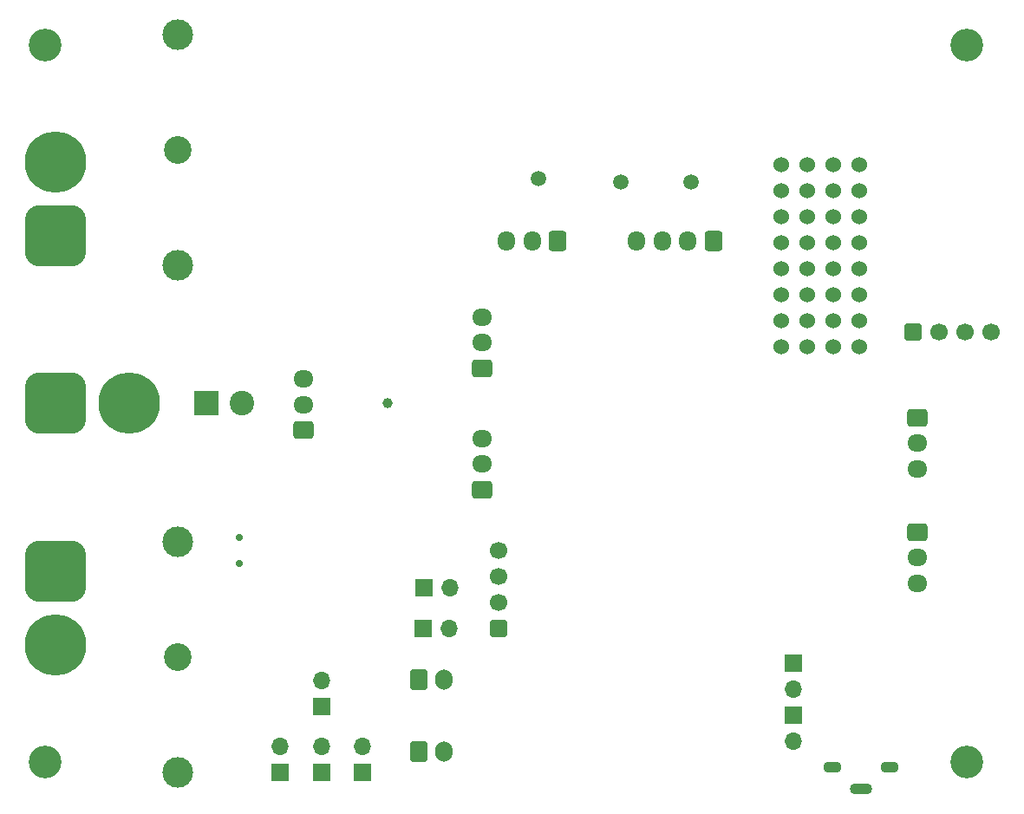
<source format=gbr>
%TF.GenerationSoftware,KiCad,Pcbnew,7.0.6*%
%TF.CreationDate,2023-08-13T13:48:50+02:00*%
%TF.ProjectId,Nice-Buoy-V1_0,4e696365-2d42-4756-9f79-2d56315f302e,rev?*%
%TF.SameCoordinates,Original*%
%TF.FileFunction,Soldermask,Bot*%
%TF.FilePolarity,Negative*%
%FSLAX46Y46*%
G04 Gerber Fmt 4.6, Leading zero omitted, Abs format (unit mm)*
G04 Created by KiCad (PCBNEW 7.0.6) date 2023-08-13 13:48:50*
%MOMM*%
%LPD*%
G01*
G04 APERTURE LIST*
G04 Aperture macros list*
%AMRoundRect*
0 Rectangle with rounded corners*
0 $1 Rounding radius*
0 $2 $3 $4 $5 $6 $7 $8 $9 X,Y pos of 4 corners*
0 Add a 4 corners polygon primitive as box body*
4,1,4,$2,$3,$4,$5,$6,$7,$8,$9,$2,$3,0*
0 Add four circle primitives for the rounded corners*
1,1,$1+$1,$2,$3*
1,1,$1+$1,$4,$5*
1,1,$1+$1,$6,$7*
1,1,$1+$1,$8,$9*
0 Add four rect primitives between the rounded corners*
20,1,$1+$1,$2,$3,$4,$5,0*
20,1,$1+$1,$4,$5,$6,$7,0*
20,1,$1+$1,$6,$7,$8,$9,0*
20,1,$1+$1,$8,$9,$2,$3,0*%
G04 Aperture macros list end*
%ADD10O,1.950000X1.700000*%
%ADD11RoundRect,0.250000X-0.725000X0.600000X-0.725000X-0.600000X0.725000X-0.600000X0.725000X0.600000X0*%
%ADD12C,0.700000*%
%ADD13C,1.000000*%
%ADD14RoundRect,1.500000X1.500000X-1.500000X1.500000X1.500000X-1.500000X1.500000X-1.500000X-1.500000X0*%
%ADD15C,6.000000*%
%ADD16R,1.700000X1.700000*%
%ADD17O,1.700000X1.700000*%
%ADD18RoundRect,0.250000X0.725000X-0.600000X0.725000X0.600000X-0.725000X0.600000X-0.725000X-0.600000X0*%
%ADD19C,1.524000*%
%ADD20RoundRect,0.206250X0.618750X-0.618750X0.618750X0.618750X-0.618750X0.618750X-0.618750X-0.618750X0*%
%ADD21C,1.700000*%
%ADD22RoundRect,1.500000X-1.500000X-1.500000X1.500000X-1.500000X1.500000X1.500000X-1.500000X1.500000X0*%
%ADD23C,3.200000*%
%ADD24RoundRect,1.500000X-1.500000X1.500000X-1.500000X-1.500000X1.500000X-1.500000X1.500000X1.500000X0*%
%ADD25C,1.500000*%
%ADD26C,2.700000*%
%ADD27C,3.000000*%
%ADD28RoundRect,0.250000X0.600000X0.725000X-0.600000X0.725000X-0.600000X-0.725000X0.600000X-0.725000X0*%
%ADD29O,1.700000X1.950000*%
%ADD30RoundRect,0.206250X-0.618750X-0.618750X0.618750X-0.618750X0.618750X0.618750X-0.618750X0.618750X0*%
%ADD31R,2.400000X2.400000*%
%ADD32C,2.400000*%
%ADD33O,1.800000X1.100000*%
%ADD34O,2.200000X1.100000*%
%ADD35RoundRect,0.250000X-0.600000X-0.750000X0.600000X-0.750000X0.600000X0.750000X-0.600000X0.750000X0*%
%ADD36O,1.700000X2.000000*%
G04 APERTURE END LIST*
D10*
%TO.C,J105*%
X134680000Y-92958000D03*
X134680000Y-90458000D03*
D11*
X134680000Y-87958000D03*
%TD*%
D10*
%TO.C,J104*%
X134680000Y-81782000D03*
X134680000Y-79282000D03*
D11*
X134680000Y-76782000D03*
%TD*%
D12*
%TO.C,TP702*%
X68538400Y-88466000D03*
%TD*%
D13*
%TO.C,TP701*%
X83010000Y-75390000D03*
%TD*%
D14*
%TO.C,J202*%
X50510000Y-58990000D03*
D15*
X50510000Y-51790000D03*
%TD*%
D16*
%TO.C,J708*%
X72510000Y-111390000D03*
D17*
X72510000Y-108850000D03*
%TD*%
D18*
%TO.C,J402*%
X92245000Y-83814000D03*
D10*
X92245000Y-81314000D03*
X92245000Y-78814000D03*
%TD*%
D19*
%TO.C,TP1*%
X121450000Y-52080000D03*
X123990000Y-52080000D03*
X126530000Y-52080000D03*
X129070000Y-52080000D03*
X121450000Y-54620000D03*
X123990000Y-54620000D03*
X126530000Y-54620000D03*
X129070000Y-54620000D03*
X121450000Y-57160000D03*
X123990000Y-57160000D03*
X126530000Y-57160000D03*
X129070000Y-57160000D03*
X121450000Y-59700000D03*
X123990000Y-59700000D03*
X126530000Y-59700000D03*
X129070000Y-59700000D03*
%TD*%
D20*
%TO.C,J901*%
X93786000Y-97356000D03*
D21*
X93786000Y-94816000D03*
X93786000Y-92276000D03*
X93786000Y-89736000D03*
%TD*%
D18*
%TO.C,J709*%
X74760000Y-78012000D03*
D10*
X74760000Y-75512000D03*
X74760000Y-73012000D03*
%TD*%
D22*
%TO.C,J201*%
X50510000Y-75390000D03*
D15*
X57710000Y-75390000D03*
%TD*%
D23*
%TO.C,H1003*%
X49510000Y-110390000D03*
%TD*%
D24*
%TO.C,J203*%
X50510000Y-91790000D03*
D15*
X50510000Y-98990000D03*
%TD*%
D25*
%TO.C,TP202*%
X112582000Y-53795000D03*
%TD*%
D23*
%TO.C,H1001*%
X49510000Y-40390000D03*
%TD*%
D26*
%TO.C,F201*%
X62510000Y-50640000D03*
D27*
X62510000Y-39390000D03*
X62510000Y-61890000D03*
%TD*%
D16*
%TO.C,SW101*%
X122615000Y-100785000D03*
D17*
X122615000Y-103325000D03*
%TD*%
D16*
%TO.C,J702*%
X86445000Y-97390000D03*
D17*
X88985000Y-97390000D03*
%TD*%
D25*
%TO.C,TP201*%
X97723000Y-53414000D03*
%TD*%
%TO.C,TP203*%
X105724000Y-53795000D03*
%TD*%
D23*
%TO.C,H1002*%
X139510000Y-40390000D03*
%TD*%
D16*
%TO.C,J706*%
X80510000Y-111390000D03*
D17*
X80510000Y-108850000D03*
%TD*%
D28*
%TO.C,J103*%
X99588000Y-59527000D03*
D29*
X97088000Y-59527000D03*
X94588000Y-59527000D03*
%TD*%
D18*
%TO.C,J401*%
X92245000Y-71956000D03*
D10*
X92245000Y-69456000D03*
X92245000Y-66956000D03*
%TD*%
D16*
%TO.C,J705*%
X76510000Y-111390000D03*
D17*
X76510000Y-108850000D03*
%TD*%
D30*
%TO.C,J102*%
X134273600Y-68400000D03*
D21*
X136813600Y-68400000D03*
X139353600Y-68400000D03*
X141893600Y-68400000D03*
%TD*%
D31*
%TO.C,SW201*%
X65260000Y-75390000D03*
D32*
X68760000Y-75390000D03*
%TD*%
D16*
%TO.C,SW102*%
X122615000Y-105865000D03*
D17*
X122615000Y-108405000D03*
%TD*%
D26*
%TO.C,F202*%
X62510000Y-100140000D03*
D27*
X62510000Y-111390000D03*
X62510000Y-88890000D03*
%TD*%
D16*
%TO.C,J703*%
X86510000Y-93390000D03*
D17*
X89050000Y-93390000D03*
%TD*%
D16*
%TO.C,J707*%
X76514000Y-104976000D03*
D17*
X76514000Y-102436000D03*
%TD*%
D33*
%TO.C,J101*%
X126410000Y-110890000D03*
D34*
X129210000Y-113040000D03*
D33*
X132010000Y-110890000D03*
%TD*%
D19*
%TO.C,TP2*%
X121450000Y-62224000D03*
X123990000Y-62224000D03*
X126530000Y-62224000D03*
X129070000Y-62224000D03*
X121450000Y-64764000D03*
X123990000Y-64764000D03*
X126530000Y-64764000D03*
X129070000Y-64764000D03*
X121450000Y-67304000D03*
X123990000Y-67304000D03*
X126530000Y-67304000D03*
X129070000Y-67304000D03*
X121450000Y-69844000D03*
X123990000Y-69844000D03*
X126530000Y-69844000D03*
X129070000Y-69844000D03*
%TD*%
D35*
%TO.C,J701*%
X86010000Y-102390000D03*
D36*
X88510000Y-102390000D03*
%TD*%
D12*
%TO.C,TP703*%
X68538400Y-91006000D03*
%TD*%
D23*
%TO.C,H1004*%
X139510000Y-110390000D03*
%TD*%
D28*
%TO.C,J501*%
X114808000Y-59527000D03*
D29*
X112308000Y-59527000D03*
X109808000Y-59527000D03*
X107308000Y-59527000D03*
%TD*%
D35*
%TO.C,J704*%
X86010000Y-109390000D03*
D36*
X88510000Y-109390000D03*
%TD*%
M02*

</source>
